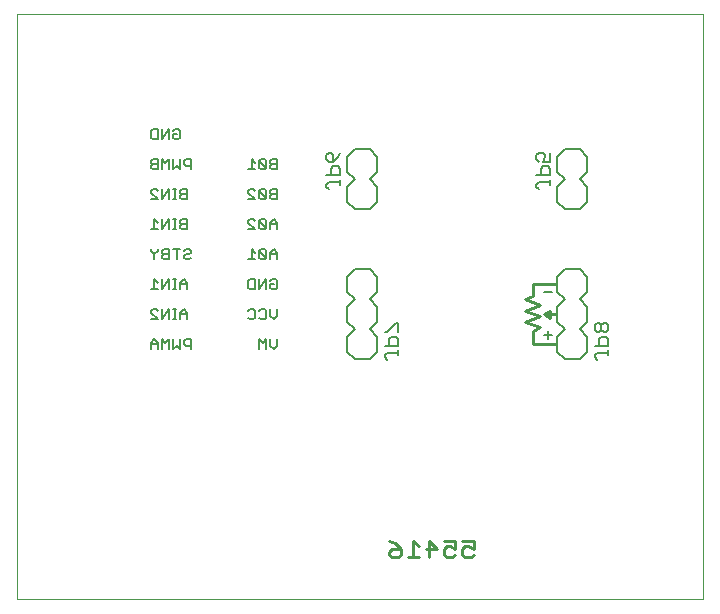
<source format=gbo>
G75*
G70*
%OFA0B0*%
%FSLAX24Y24*%
%IPPOS*%
%LPD*%
%AMOC8*
5,1,8,0,0,1.08239X$1,22.5*
%
%ADD10C,0.0000*%
%ADD11C,0.0060*%
%ADD12C,0.0100*%
%ADD13C,0.0080*%
%ADD14C,0.0050*%
D10*
X000100Y010252D02*
X000100Y029748D01*
X022970Y029748D01*
X022970Y010252D01*
X000100Y010252D01*
D11*
X004561Y018582D02*
X004561Y018809D01*
X004675Y018923D01*
X004788Y018809D01*
X004788Y018582D01*
X004930Y018582D02*
X004930Y018923D01*
X005043Y018809D01*
X005157Y018923D01*
X005157Y018582D01*
X005298Y018582D02*
X005298Y018923D01*
X005525Y018923D02*
X005525Y018582D01*
X005412Y018696D01*
X005298Y018582D01*
X005666Y018753D02*
X005666Y018866D01*
X005723Y018923D01*
X005893Y018923D01*
X005893Y018582D01*
X005893Y018696D02*
X005723Y018696D01*
X005666Y018753D01*
X004788Y018753D02*
X004561Y018753D01*
X004561Y019582D02*
X004788Y019582D01*
X004561Y019809D01*
X004561Y019866D01*
X004618Y019923D01*
X004732Y019923D01*
X004788Y019866D01*
X004930Y019923D02*
X004930Y019582D01*
X005157Y019923D01*
X005157Y019582D01*
X005289Y019582D02*
X005402Y019582D01*
X005345Y019582D02*
X005345Y019923D01*
X005289Y019923D02*
X005402Y019923D01*
X005544Y019809D02*
X005544Y019582D01*
X005544Y019753D02*
X005770Y019753D01*
X005770Y019809D02*
X005657Y019923D01*
X005544Y019809D01*
X005770Y019809D02*
X005770Y019582D01*
X005770Y020582D02*
X005770Y020809D01*
X005657Y020923D01*
X005544Y020809D01*
X005544Y020582D01*
X005402Y020582D02*
X005289Y020582D01*
X005345Y020582D02*
X005345Y020923D01*
X005289Y020923D02*
X005402Y020923D01*
X005544Y020753D02*
X005770Y020753D01*
X005157Y020582D02*
X005157Y020923D01*
X004930Y020582D01*
X004930Y020923D01*
X004788Y020809D02*
X004675Y020923D01*
X004675Y020582D01*
X004788Y020582D02*
X004561Y020582D01*
X004675Y021582D02*
X004675Y021753D01*
X004561Y021866D01*
X004561Y021923D01*
X004675Y021753D02*
X004788Y021866D01*
X004788Y021923D01*
X004930Y021866D02*
X004930Y021809D01*
X004986Y021753D01*
X005157Y021753D01*
X005157Y021923D02*
X005157Y021582D01*
X004986Y021582D01*
X004930Y021639D01*
X004930Y021696D01*
X004986Y021753D01*
X004930Y021866D02*
X004986Y021923D01*
X005157Y021923D01*
X005298Y021923D02*
X005525Y021923D01*
X005412Y021923D02*
X005412Y021582D01*
X005666Y021639D02*
X005723Y021582D01*
X005837Y021582D01*
X005893Y021639D01*
X005837Y021753D02*
X005723Y021753D01*
X005666Y021696D01*
X005666Y021639D01*
X005837Y021753D02*
X005893Y021809D01*
X005893Y021866D01*
X005837Y021923D01*
X005723Y021923D01*
X005666Y021866D01*
X005600Y022582D02*
X005770Y022582D01*
X005770Y022923D01*
X005600Y022923D01*
X005544Y022866D01*
X005544Y022809D01*
X005600Y022753D01*
X005770Y022753D01*
X005600Y022753D02*
X005544Y022696D01*
X005544Y022639D01*
X005600Y022582D01*
X005402Y022582D02*
X005289Y022582D01*
X005345Y022582D02*
X005345Y022923D01*
X005289Y022923D02*
X005402Y022923D01*
X005157Y022923D02*
X004930Y022582D01*
X004930Y022923D01*
X004788Y022809D02*
X004675Y022923D01*
X004675Y022582D01*
X004788Y022582D02*
X004561Y022582D01*
X005157Y022582D02*
X005157Y022923D01*
X005157Y023582D02*
X005157Y023923D01*
X004930Y023582D01*
X004930Y023923D01*
X004788Y023866D02*
X004732Y023923D01*
X004618Y023923D01*
X004561Y023866D01*
X004561Y023809D01*
X004788Y023582D01*
X004561Y023582D01*
X005289Y023582D02*
X005402Y023582D01*
X005345Y023582D02*
X005345Y023923D01*
X005289Y023923D02*
X005402Y023923D01*
X005544Y023866D02*
X005544Y023809D01*
X005600Y023753D01*
X005770Y023753D01*
X005770Y023923D02*
X005770Y023582D01*
X005600Y023582D01*
X005544Y023639D01*
X005544Y023696D01*
X005600Y023753D01*
X005544Y023866D02*
X005600Y023923D01*
X005770Y023923D01*
X005893Y024582D02*
X005893Y024923D01*
X005723Y024923D01*
X005666Y024866D01*
X005666Y024753D01*
X005723Y024696D01*
X005893Y024696D01*
X005525Y024582D02*
X005525Y024923D01*
X005298Y024923D02*
X005298Y024582D01*
X005412Y024696D01*
X005525Y024582D01*
X005157Y024582D02*
X005157Y024923D01*
X005043Y024809D01*
X004930Y024923D01*
X004930Y024582D01*
X004788Y024582D02*
X004618Y024582D01*
X004561Y024639D01*
X004561Y024696D01*
X004618Y024753D01*
X004788Y024753D01*
X004788Y024923D02*
X004788Y024582D01*
X004618Y024753D02*
X004561Y024809D01*
X004561Y024866D01*
X004618Y024923D01*
X004788Y024923D01*
X004788Y025582D02*
X004618Y025582D01*
X004561Y025639D01*
X004561Y025866D01*
X004618Y025923D01*
X004788Y025923D01*
X004788Y025582D01*
X004930Y025582D02*
X004930Y025923D01*
X005157Y025923D02*
X004930Y025582D01*
X005157Y025582D02*
X005157Y025923D01*
X005298Y025866D02*
X005355Y025923D01*
X005468Y025923D01*
X005525Y025866D01*
X005525Y025639D01*
X005468Y025582D01*
X005355Y025582D01*
X005298Y025639D01*
X005298Y025753D01*
X005412Y025753D01*
X007920Y024923D02*
X007920Y024582D01*
X008033Y024582D02*
X007807Y024582D01*
X008033Y024809D02*
X007920Y024923D01*
X008175Y024866D02*
X008402Y024639D01*
X008345Y024582D01*
X008232Y024582D01*
X008175Y024639D01*
X008175Y024866D01*
X008232Y024923D01*
X008345Y024923D01*
X008402Y024866D01*
X008402Y024639D01*
X008543Y024639D02*
X008600Y024582D01*
X008770Y024582D01*
X008770Y024923D01*
X008600Y024923D01*
X008543Y024866D01*
X008543Y024809D01*
X008600Y024753D01*
X008770Y024753D01*
X008600Y024753D02*
X008543Y024696D01*
X008543Y024639D01*
X008600Y023923D02*
X008543Y023866D01*
X008543Y023809D01*
X008600Y023753D01*
X008770Y023753D01*
X008770Y023923D02*
X008770Y023582D01*
X008600Y023582D01*
X008543Y023639D01*
X008543Y023696D01*
X008600Y023753D01*
X008600Y023923D02*
X008770Y023923D01*
X008402Y023866D02*
X008345Y023923D01*
X008232Y023923D01*
X008175Y023866D01*
X008402Y023639D01*
X008345Y023582D01*
X008232Y023582D01*
X008175Y023639D01*
X008175Y023866D01*
X008033Y023866D02*
X007977Y023923D01*
X007863Y023923D01*
X007807Y023866D01*
X007807Y023809D01*
X008033Y023582D01*
X007807Y023582D01*
X008402Y023639D02*
X008402Y023866D01*
X008345Y022923D02*
X008232Y022923D01*
X008175Y022866D01*
X008402Y022639D01*
X008345Y022582D01*
X008232Y022582D01*
X008175Y022639D01*
X008175Y022866D01*
X008033Y022866D02*
X007977Y022923D01*
X007863Y022923D01*
X007807Y022866D01*
X007807Y022809D01*
X008033Y022582D01*
X007807Y022582D01*
X008402Y022639D02*
X008402Y022866D01*
X008345Y022923D01*
X008543Y022809D02*
X008543Y022582D01*
X008543Y022753D02*
X008770Y022753D01*
X008770Y022809D02*
X008657Y022923D01*
X008543Y022809D01*
X008770Y022809D02*
X008770Y022582D01*
X008657Y021923D02*
X008543Y021809D01*
X008543Y021582D01*
X008402Y021639D02*
X008175Y021866D01*
X008175Y021639D01*
X008232Y021582D01*
X008345Y021582D01*
X008402Y021639D01*
X008402Y021866D01*
X008345Y021923D01*
X008232Y021923D01*
X008175Y021866D01*
X008033Y021809D02*
X007920Y021923D01*
X007920Y021582D01*
X008033Y021582D02*
X007807Y021582D01*
X008543Y021753D02*
X008770Y021753D01*
X008770Y021809D02*
X008657Y021923D01*
X008770Y021809D02*
X008770Y021582D01*
X008713Y020923D02*
X008770Y020866D01*
X008770Y020639D01*
X008713Y020582D01*
X008600Y020582D01*
X008543Y020639D01*
X008543Y020753D01*
X008657Y020753D01*
X008543Y020866D02*
X008600Y020923D01*
X008713Y020923D01*
X008402Y020923D02*
X008175Y020582D01*
X008175Y020923D01*
X008033Y020923D02*
X008033Y020582D01*
X007863Y020582D01*
X007807Y020639D01*
X007807Y020866D01*
X007863Y020923D01*
X008033Y020923D01*
X008402Y020923D02*
X008402Y020582D01*
X008345Y019923D02*
X008402Y019866D01*
X008402Y019639D01*
X008345Y019582D01*
X008232Y019582D01*
X008175Y019639D01*
X008033Y019639D02*
X008033Y019866D01*
X007977Y019923D01*
X007863Y019923D01*
X007807Y019866D01*
X007807Y019639D02*
X007863Y019582D01*
X007977Y019582D01*
X008033Y019639D01*
X008175Y019866D02*
X008232Y019923D01*
X008345Y019923D01*
X008543Y019923D02*
X008543Y019696D01*
X008657Y019582D01*
X008770Y019696D01*
X008770Y019923D01*
X008770Y018923D02*
X008770Y018696D01*
X008657Y018582D01*
X008543Y018696D01*
X008543Y018923D01*
X008402Y018923D02*
X008288Y018809D01*
X008175Y018923D01*
X008175Y018582D01*
X008402Y018582D02*
X008402Y018923D01*
D12*
X012508Y012213D02*
X012695Y012119D01*
X012882Y011933D01*
X012601Y011933D01*
X012508Y011839D01*
X012508Y011746D01*
X012601Y011652D01*
X012788Y011652D01*
X012882Y011746D01*
X012882Y011933D01*
X013116Y011652D02*
X013489Y011652D01*
X013303Y011652D02*
X013303Y012213D01*
X013489Y012026D01*
X013723Y011933D02*
X014097Y011933D01*
X013817Y012213D01*
X013817Y011652D01*
X014331Y011746D02*
X014425Y011652D01*
X014611Y011652D01*
X014705Y011746D01*
X014705Y011933D02*
X014518Y012026D01*
X014425Y012026D01*
X014331Y011933D01*
X014331Y011746D01*
X014705Y011933D02*
X014705Y012213D01*
X014331Y012213D01*
X014939Y012213D02*
X015313Y012213D01*
X015313Y011933D01*
X015126Y012026D01*
X015032Y012026D01*
X014939Y011933D01*
X014939Y011746D01*
X015032Y011652D01*
X015219Y011652D01*
X015313Y011746D01*
X017287Y018752D02*
X018037Y018752D01*
X017287Y018752D02*
X017287Y019190D01*
X017537Y019315D01*
X017037Y019502D01*
X017537Y019690D01*
X017037Y019877D01*
X017537Y020065D01*
X017037Y020252D01*
X017287Y020377D01*
X017287Y020752D01*
X018037Y020752D01*
X017850Y019877D02*
X017662Y019752D01*
X017850Y019627D01*
X017850Y019877D01*
X018037Y019752D02*
X017662Y019752D01*
D13*
X018100Y019502D02*
X018350Y019252D01*
X018100Y019002D01*
X018100Y018502D01*
X018350Y018252D01*
X018850Y018252D01*
X019100Y018502D01*
X019100Y019002D01*
X018850Y019252D01*
X019100Y019502D01*
X019100Y020002D01*
X018850Y020252D01*
X019100Y020502D01*
X019100Y021002D01*
X018850Y021252D01*
X018350Y021252D01*
X018100Y021002D01*
X018100Y020502D01*
X018350Y020252D01*
X018100Y020002D01*
X018100Y019502D01*
X017795Y019205D02*
X017795Y018925D01*
X017935Y019065D02*
X017655Y019065D01*
X017655Y020503D02*
X017935Y020503D01*
X018350Y023252D02*
X018850Y023252D01*
X019100Y023502D01*
X019100Y024002D01*
X018850Y024252D01*
X019100Y024502D01*
X019100Y025002D01*
X018850Y025252D01*
X018350Y025252D01*
X018100Y025002D01*
X018100Y024502D01*
X018350Y024252D01*
X018100Y024002D01*
X018100Y023502D01*
X018350Y023252D01*
X012100Y023502D02*
X012100Y024002D01*
X011850Y024252D01*
X012100Y024502D01*
X012100Y025002D01*
X011850Y025252D01*
X011350Y025252D01*
X011100Y025002D01*
X011100Y024502D01*
X011350Y024252D01*
X011100Y024002D01*
X011100Y023502D01*
X011350Y023252D01*
X011850Y023252D01*
X012100Y023502D01*
X011850Y021252D02*
X011350Y021252D01*
X011100Y021002D01*
X011100Y020502D01*
X011350Y020252D01*
X011100Y020002D01*
X011100Y019502D01*
X011350Y019252D01*
X011100Y019002D01*
X011100Y018502D01*
X011350Y018252D01*
X011850Y018252D01*
X012100Y018502D01*
X012100Y019002D01*
X011850Y019252D01*
X012100Y019502D01*
X012100Y020002D01*
X011850Y020252D01*
X012100Y020502D01*
X012100Y021002D01*
X011850Y021252D01*
D14*
X012720Y019468D02*
X012420Y019168D01*
X012345Y019168D01*
X012570Y019008D02*
X012495Y018933D01*
X012495Y018708D01*
X012345Y018708D02*
X012795Y018708D01*
X012795Y018933D01*
X012720Y019008D01*
X012570Y019008D01*
X012795Y019168D02*
X012795Y019468D01*
X012720Y019468D01*
X012795Y018548D02*
X012795Y018397D01*
X012795Y018473D02*
X012420Y018473D01*
X012345Y018397D01*
X012345Y018322D01*
X012420Y018247D01*
X019345Y018322D02*
X019345Y018397D01*
X019420Y018473D01*
X019795Y018473D01*
X019795Y018548D02*
X019795Y018397D01*
X019795Y018708D02*
X019345Y018708D01*
X019495Y018708D02*
X019495Y018933D01*
X019570Y019008D01*
X019720Y019008D01*
X019795Y018933D01*
X019795Y018708D01*
X019345Y018322D02*
X019420Y018247D01*
X019420Y019168D02*
X019495Y019168D01*
X019570Y019243D01*
X019570Y019393D01*
X019495Y019468D01*
X019420Y019468D01*
X019345Y019393D01*
X019345Y019243D01*
X019420Y019168D01*
X019570Y019243D02*
X019645Y019168D01*
X019720Y019168D01*
X019795Y019243D01*
X019795Y019393D01*
X019720Y019468D01*
X019645Y019468D01*
X019570Y019393D01*
X017855Y024076D02*
X017855Y024226D01*
X017855Y024151D02*
X017480Y024151D01*
X017405Y024076D01*
X017405Y024001D01*
X017480Y023926D01*
X017405Y024387D02*
X017855Y024387D01*
X017855Y024612D01*
X017780Y024687D01*
X017630Y024687D01*
X017555Y024612D01*
X017555Y024387D01*
X017480Y024847D02*
X017405Y024922D01*
X017405Y025072D01*
X017480Y025147D01*
X017630Y025147D01*
X017705Y025072D01*
X017705Y024997D01*
X017630Y024847D01*
X017855Y024847D01*
X017855Y025147D01*
X010855Y025147D02*
X010780Y024997D01*
X010630Y024847D01*
X010630Y025072D01*
X010555Y025147D01*
X010480Y025147D01*
X010405Y025072D01*
X010405Y024922D01*
X010480Y024847D01*
X010630Y024847D01*
X010630Y024687D02*
X010555Y024612D01*
X010555Y024387D01*
X010405Y024387D02*
X010855Y024387D01*
X010855Y024612D01*
X010780Y024687D01*
X010630Y024687D01*
X010855Y024226D02*
X010855Y024076D01*
X010855Y024151D02*
X010480Y024151D01*
X010405Y024076D01*
X010405Y024001D01*
X010480Y023926D01*
M02*

</source>
